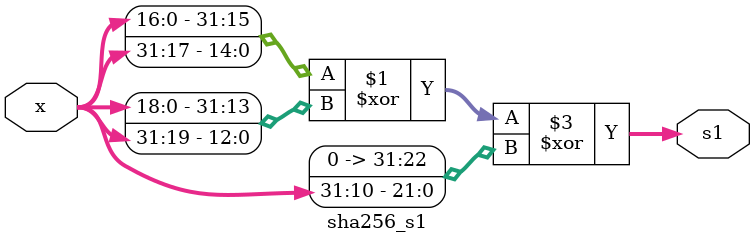
<source format=v>
`timescale 1ns / 1ps


module sha256_s1 (
          input wire [31:0] x,
          output wire [31:0] s1
          );

      assign s1 = ({x[16:0], x[31:17]} ^ {x[18:0], x[31:19]} ^ (x >> 10));

      endmodule
</source>
